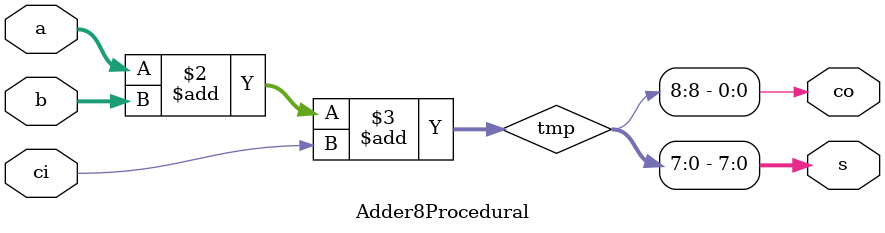
<source format=v>

module Adder8Procedural(
	input      [7:0] a,  // Operand A
	input      [7:0] b,  // Operand B
	input            ci, // Carry-In
	output reg [7:0] s,  // Sum
	output reg       co  // Carry-Out
);
	// declare register to hold sum
	reg [8:0] tmp;

	// use arithmetic operators to simulate 8-bit adder
	always @( * ) begin
		tmp = a + b + ci;
		s = tmp[7:0];
		co = tmp[8];     // store largest bit in carry-out
	end

endmodule

</source>
